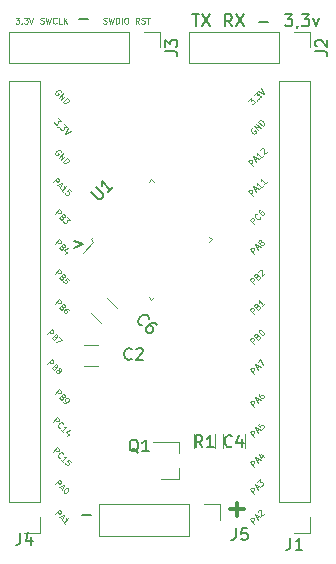
<source format=gbr>
%TF.GenerationSoftware,KiCad,Pcbnew,(5.1.6)-1*%
%TF.CreationDate,2021-02-23T14:27:08+01:00*%
%TF.ProjectId,STM32G030K8T6_Board,53544d33-3247-4303-9330-4b3854365f42,rev?*%
%TF.SameCoordinates,Original*%
%TF.FileFunction,Legend,Top*%
%TF.FilePolarity,Positive*%
%FSLAX46Y46*%
G04 Gerber Fmt 4.6, Leading zero omitted, Abs format (unit mm)*
G04 Created by KiCad (PCBNEW (5.1.6)-1) date 2021-02-23 14:27:08*
%MOMM*%
%LPD*%
G01*
G04 APERTURE LIST*
%ADD10C,0.150000*%
%ADD11C,0.125000*%
%ADD12C,0.300000*%
%ADD13C,0.120000*%
G04 APERTURE END LIST*
D10*
X115919047Y-55385714D02*
X116680952Y-55671428D01*
X115919047Y-55957142D01*
D11*
X130729475Y-43508299D02*
X130948341Y-43289433D01*
X130965177Y-43541971D01*
X131015685Y-43491463D01*
X131066192Y-43474627D01*
X131099864Y-43474627D01*
X131150372Y-43491463D01*
X131234551Y-43575643D01*
X131251387Y-43626150D01*
X131251387Y-43659822D01*
X131234551Y-43710330D01*
X131133536Y-43811345D01*
X131083028Y-43828181D01*
X131049356Y-43828181D01*
X131453417Y-43457791D02*
X131470253Y-43474627D01*
X131487089Y-43525135D01*
X131487089Y-43558807D01*
X131234551Y-43003223D02*
X131453417Y-42784356D01*
X131470253Y-43036895D01*
X131520761Y-42986387D01*
X131571269Y-42969551D01*
X131604940Y-42969551D01*
X131655448Y-42986387D01*
X131739627Y-43070566D01*
X131756463Y-43121074D01*
X131756463Y-43154746D01*
X131739627Y-43205253D01*
X131638612Y-43306269D01*
X131588104Y-43323104D01*
X131554433Y-43323104D01*
X131554433Y-42683341D02*
X132025837Y-42919043D01*
X131790135Y-42447639D01*
X114606700Y-45004475D02*
X114825566Y-45223341D01*
X114573028Y-45240177D01*
X114623536Y-45290685D01*
X114640372Y-45341192D01*
X114640372Y-45374864D01*
X114623536Y-45425372D01*
X114539356Y-45509551D01*
X114488849Y-45526387D01*
X114455177Y-45526387D01*
X114404669Y-45509551D01*
X114303654Y-45408536D01*
X114286818Y-45358028D01*
X114286818Y-45324356D01*
X114657208Y-45728417D02*
X114640372Y-45745253D01*
X114589864Y-45762089D01*
X114556192Y-45762089D01*
X115111776Y-45509551D02*
X115330643Y-45728417D01*
X115078104Y-45745253D01*
X115128612Y-45795761D01*
X115145448Y-45846269D01*
X115145448Y-45879940D01*
X115128612Y-45930448D01*
X115044433Y-46014627D01*
X114993925Y-46031463D01*
X114960253Y-46031463D01*
X114909746Y-46014627D01*
X114808730Y-45913612D01*
X114791895Y-45863104D01*
X114791895Y-45829433D01*
X115431658Y-45829433D02*
X115195956Y-46300837D01*
X115667360Y-46065135D01*
X114842402Y-42733849D02*
X114825566Y-42683341D01*
X114775059Y-42632834D01*
X114707715Y-42599162D01*
X114640372Y-42599162D01*
X114589864Y-42615998D01*
X114505685Y-42666505D01*
X114455177Y-42717013D01*
X114404669Y-42801192D01*
X114387834Y-42851700D01*
X114387834Y-42919043D01*
X114421505Y-42986387D01*
X114455177Y-43020059D01*
X114522521Y-43053730D01*
X114556192Y-43053730D01*
X114674043Y-42935879D01*
X114606700Y-42868536D01*
X114674043Y-43238925D02*
X115027597Y-42885372D01*
X114876074Y-43440956D01*
X115229627Y-43087402D01*
X115044433Y-43609314D02*
X115397986Y-43255761D01*
X115482165Y-43339940D01*
X115515837Y-43407284D01*
X115515837Y-43474627D01*
X115499001Y-43525135D01*
X115448494Y-43609314D01*
X115397986Y-43659822D01*
X115313807Y-43710330D01*
X115263299Y-43727165D01*
X115195956Y-43727165D01*
X115128612Y-43693494D01*
X115044433Y-43609314D01*
X114842402Y-47813849D02*
X114825566Y-47763341D01*
X114775059Y-47712834D01*
X114707715Y-47679162D01*
X114640372Y-47679162D01*
X114589864Y-47695998D01*
X114505685Y-47746505D01*
X114455177Y-47797013D01*
X114404669Y-47881192D01*
X114387834Y-47931700D01*
X114387834Y-47999043D01*
X114421505Y-48066387D01*
X114455177Y-48100059D01*
X114522521Y-48133730D01*
X114556192Y-48133730D01*
X114674043Y-48015879D01*
X114606700Y-47948536D01*
X114674043Y-48318925D02*
X115027597Y-47965372D01*
X114876074Y-48520956D01*
X115229627Y-48167402D01*
X115044433Y-48689314D02*
X115397986Y-48335761D01*
X115482165Y-48419940D01*
X115515837Y-48487284D01*
X115515837Y-48554627D01*
X115499001Y-48605135D01*
X115448494Y-48689314D01*
X115397986Y-48739822D01*
X115313807Y-48790330D01*
X115263299Y-48807165D01*
X115195956Y-48807165D01*
X115128612Y-48773494D01*
X115044433Y-48689314D01*
X114194221Y-50379103D02*
X114547774Y-50025549D01*
X114682461Y-50160236D01*
X114699297Y-50210744D01*
X114699297Y-50244416D01*
X114682461Y-50294923D01*
X114631954Y-50345431D01*
X114581446Y-50362267D01*
X114547774Y-50362267D01*
X114497267Y-50345431D01*
X114362580Y-50210744D01*
X114631954Y-50614805D02*
X114800312Y-50783164D01*
X114497267Y-50682148D02*
X114968671Y-50446446D01*
X114732969Y-50917851D01*
X115036015Y-51220896D02*
X114833984Y-51018866D01*
X114935000Y-51119881D02*
X115288553Y-50766328D01*
X115204374Y-50783164D01*
X115137030Y-50783164D01*
X115086522Y-50766328D01*
X115709450Y-51187225D02*
X115541091Y-51018866D01*
X115355896Y-51170389D01*
X115389568Y-51170389D01*
X115440076Y-51187225D01*
X115524255Y-51271404D01*
X115541091Y-51321912D01*
X115541091Y-51355583D01*
X115524255Y-51406091D01*
X115440076Y-51490270D01*
X115389568Y-51507106D01*
X115355896Y-51507106D01*
X115305389Y-51490270D01*
X115221209Y-51406091D01*
X115204374Y-51355583D01*
X115204374Y-51321912D01*
X114337326Y-53062208D02*
X114690879Y-52708654D01*
X114825566Y-52843341D01*
X114842402Y-52893849D01*
X114842402Y-52927521D01*
X114825566Y-52978028D01*
X114775059Y-53028536D01*
X114724551Y-53045372D01*
X114690879Y-53045372D01*
X114640372Y-53028536D01*
X114505685Y-52893849D01*
X114993925Y-53348417D02*
X115027597Y-53415761D01*
X115027597Y-53449433D01*
X115010761Y-53499940D01*
X114960253Y-53550448D01*
X114909746Y-53567284D01*
X114876074Y-53567284D01*
X114825566Y-53550448D01*
X114690879Y-53415761D01*
X115044433Y-53062208D01*
X115162284Y-53180059D01*
X115179120Y-53230566D01*
X115179120Y-53264238D01*
X115162284Y-53314746D01*
X115128612Y-53348417D01*
X115078104Y-53365253D01*
X115044433Y-53365253D01*
X114993925Y-53348417D01*
X114876074Y-53230566D01*
X115364314Y-53382089D02*
X115583181Y-53600956D01*
X115330643Y-53617791D01*
X115381150Y-53668299D01*
X115397986Y-53718807D01*
X115397986Y-53752478D01*
X115381150Y-53802986D01*
X115296971Y-53887165D01*
X115246463Y-53904001D01*
X115212791Y-53904001D01*
X115162284Y-53887165D01*
X115061269Y-53786150D01*
X115044433Y-53735643D01*
X115044433Y-53701971D01*
X114337326Y-55602208D02*
X114690879Y-55248654D01*
X114825566Y-55383341D01*
X114842402Y-55433849D01*
X114842402Y-55467521D01*
X114825566Y-55518028D01*
X114775059Y-55568536D01*
X114724551Y-55585372D01*
X114690879Y-55585372D01*
X114640372Y-55568536D01*
X114505685Y-55433849D01*
X114993925Y-55888417D02*
X115027597Y-55955761D01*
X115027597Y-55989433D01*
X115010761Y-56039940D01*
X114960253Y-56090448D01*
X114909746Y-56107284D01*
X114876074Y-56107284D01*
X114825566Y-56090448D01*
X114690879Y-55955761D01*
X115044433Y-55602208D01*
X115162284Y-55720059D01*
X115179120Y-55770566D01*
X115179120Y-55804238D01*
X115162284Y-55854746D01*
X115128612Y-55888417D01*
X115078104Y-55905253D01*
X115044433Y-55905253D01*
X114993925Y-55888417D01*
X114876074Y-55770566D01*
X115431658Y-56225135D02*
X115195956Y-56460837D01*
X115482165Y-56006269D02*
X115145448Y-56174627D01*
X115364314Y-56393494D01*
X114337326Y-58142208D02*
X114690879Y-57788654D01*
X114825566Y-57923341D01*
X114842402Y-57973849D01*
X114842402Y-58007521D01*
X114825566Y-58058028D01*
X114775059Y-58108536D01*
X114724551Y-58125372D01*
X114690879Y-58125372D01*
X114640372Y-58108536D01*
X114505685Y-57973849D01*
X114993925Y-58428417D02*
X115027597Y-58495761D01*
X115027597Y-58529433D01*
X115010761Y-58579940D01*
X114960253Y-58630448D01*
X114909746Y-58647284D01*
X114876074Y-58647284D01*
X114825566Y-58630448D01*
X114690879Y-58495761D01*
X115044433Y-58142208D01*
X115162284Y-58260059D01*
X115179120Y-58310566D01*
X115179120Y-58344238D01*
X115162284Y-58394746D01*
X115128612Y-58428417D01*
X115078104Y-58445253D01*
X115044433Y-58445253D01*
X114993925Y-58428417D01*
X114876074Y-58310566D01*
X115566345Y-58664120D02*
X115397986Y-58495761D01*
X115212791Y-58647284D01*
X115246463Y-58647284D01*
X115296971Y-58664120D01*
X115381150Y-58748299D01*
X115397986Y-58798807D01*
X115397986Y-58832478D01*
X115381150Y-58882986D01*
X115296971Y-58967165D01*
X115246463Y-58984001D01*
X115212791Y-58984001D01*
X115162284Y-58967165D01*
X115078104Y-58882986D01*
X115061269Y-58832478D01*
X115061269Y-58798807D01*
X114337326Y-60682208D02*
X114690879Y-60328654D01*
X114825566Y-60463341D01*
X114842402Y-60513849D01*
X114842402Y-60547521D01*
X114825566Y-60598028D01*
X114775059Y-60648536D01*
X114724551Y-60665372D01*
X114690879Y-60665372D01*
X114640372Y-60648536D01*
X114505685Y-60513849D01*
X114993925Y-60968417D02*
X115027597Y-61035761D01*
X115027597Y-61069433D01*
X115010761Y-61119940D01*
X114960253Y-61170448D01*
X114909746Y-61187284D01*
X114876074Y-61187284D01*
X114825566Y-61170448D01*
X114690879Y-61035761D01*
X115044433Y-60682208D01*
X115162284Y-60800059D01*
X115179120Y-60850566D01*
X115179120Y-60884238D01*
X115162284Y-60934746D01*
X115128612Y-60968417D01*
X115078104Y-60985253D01*
X115044433Y-60985253D01*
X114993925Y-60968417D01*
X114876074Y-60850566D01*
X115549509Y-61187284D02*
X115482165Y-61119940D01*
X115431658Y-61103104D01*
X115397986Y-61103104D01*
X115313807Y-61119940D01*
X115229627Y-61170448D01*
X115094940Y-61305135D01*
X115078104Y-61355643D01*
X115078104Y-61389314D01*
X115094940Y-61439822D01*
X115162284Y-61507165D01*
X115212791Y-61524001D01*
X115246463Y-61524001D01*
X115296971Y-61507165D01*
X115381150Y-61422986D01*
X115397986Y-61372478D01*
X115397986Y-61338807D01*
X115381150Y-61288299D01*
X115313807Y-61220956D01*
X115263299Y-61204120D01*
X115229627Y-61204120D01*
X115179120Y-61220956D01*
X113702326Y-63222208D02*
X114055879Y-62868654D01*
X114190566Y-63003341D01*
X114207402Y-63053849D01*
X114207402Y-63087521D01*
X114190566Y-63138028D01*
X114140059Y-63188536D01*
X114089551Y-63205372D01*
X114055879Y-63205372D01*
X114005372Y-63188536D01*
X113870685Y-63053849D01*
X114358925Y-63508417D02*
X114392597Y-63575761D01*
X114392597Y-63609433D01*
X114375761Y-63659940D01*
X114325253Y-63710448D01*
X114274746Y-63727284D01*
X114241074Y-63727284D01*
X114190566Y-63710448D01*
X114055879Y-63575761D01*
X114409433Y-63222208D01*
X114527284Y-63340059D01*
X114544120Y-63390566D01*
X114544120Y-63424238D01*
X114527284Y-63474746D01*
X114493612Y-63508417D01*
X114443104Y-63525253D01*
X114409433Y-63525253D01*
X114358925Y-63508417D01*
X114241074Y-63390566D01*
X114729314Y-63542089D02*
X114965017Y-63777791D01*
X114459940Y-63979822D01*
X113702326Y-65762208D02*
X114055879Y-65408654D01*
X114190566Y-65543341D01*
X114207402Y-65593849D01*
X114207402Y-65627521D01*
X114190566Y-65678028D01*
X114140059Y-65728536D01*
X114089551Y-65745372D01*
X114055879Y-65745372D01*
X114005372Y-65728536D01*
X113870685Y-65593849D01*
X114358925Y-66048417D02*
X114392597Y-66115761D01*
X114392597Y-66149433D01*
X114375761Y-66199940D01*
X114325253Y-66250448D01*
X114274746Y-66267284D01*
X114241074Y-66267284D01*
X114190566Y-66250448D01*
X114055879Y-66115761D01*
X114409433Y-65762208D01*
X114527284Y-65880059D01*
X114544120Y-65930566D01*
X114544120Y-65964238D01*
X114527284Y-66014746D01*
X114493612Y-66048417D01*
X114443104Y-66065253D01*
X114409433Y-66065253D01*
X114358925Y-66048417D01*
X114241074Y-65930566D01*
X114661971Y-66317791D02*
X114645135Y-66267284D01*
X114645135Y-66233612D01*
X114661971Y-66183104D01*
X114678807Y-66166269D01*
X114729314Y-66149433D01*
X114762986Y-66149433D01*
X114813494Y-66166269D01*
X114880837Y-66233612D01*
X114897673Y-66284120D01*
X114897673Y-66317791D01*
X114880837Y-66368299D01*
X114864001Y-66385135D01*
X114813494Y-66401971D01*
X114779822Y-66401971D01*
X114729314Y-66385135D01*
X114661971Y-66317791D01*
X114611463Y-66300956D01*
X114577791Y-66300956D01*
X114527284Y-66317791D01*
X114459940Y-66385135D01*
X114443104Y-66435643D01*
X114443104Y-66469314D01*
X114459940Y-66519822D01*
X114527284Y-66587165D01*
X114577791Y-66604001D01*
X114611463Y-66604001D01*
X114661971Y-66587165D01*
X114729314Y-66519822D01*
X114746150Y-66469314D01*
X114746150Y-66435643D01*
X114729314Y-66385135D01*
X114337326Y-68302208D02*
X114690879Y-67948654D01*
X114825566Y-68083341D01*
X114842402Y-68133849D01*
X114842402Y-68167521D01*
X114825566Y-68218028D01*
X114775059Y-68268536D01*
X114724551Y-68285372D01*
X114690879Y-68285372D01*
X114640372Y-68268536D01*
X114505685Y-68133849D01*
X114993925Y-68588417D02*
X115027597Y-68655761D01*
X115027597Y-68689433D01*
X115010761Y-68739940D01*
X114960253Y-68790448D01*
X114909746Y-68807284D01*
X114876074Y-68807284D01*
X114825566Y-68790448D01*
X114690879Y-68655761D01*
X115044433Y-68302208D01*
X115162284Y-68420059D01*
X115179120Y-68470566D01*
X115179120Y-68504238D01*
X115162284Y-68554746D01*
X115128612Y-68588417D01*
X115078104Y-68605253D01*
X115044433Y-68605253D01*
X114993925Y-68588417D01*
X114876074Y-68470566D01*
X115061269Y-69026150D02*
X115128612Y-69093494D01*
X115179120Y-69110330D01*
X115212791Y-69110330D01*
X115296971Y-69093494D01*
X115381150Y-69042986D01*
X115515837Y-68908299D01*
X115532673Y-68857791D01*
X115532673Y-68824120D01*
X115515837Y-68773612D01*
X115448494Y-68706269D01*
X115397986Y-68689433D01*
X115364314Y-68689433D01*
X115313807Y-68706269D01*
X115229627Y-68790448D01*
X115212791Y-68840956D01*
X115212791Y-68874627D01*
X115229627Y-68925135D01*
X115296971Y-68992478D01*
X115347478Y-69009314D01*
X115381150Y-69009314D01*
X115431658Y-68992478D01*
X114168967Y-70673849D02*
X114522521Y-70320295D01*
X114657208Y-70454982D01*
X114674043Y-70505490D01*
X114674043Y-70539162D01*
X114657208Y-70589669D01*
X114606700Y-70640177D01*
X114556192Y-70657013D01*
X114522521Y-70657013D01*
X114472013Y-70640177D01*
X114337326Y-70505490D01*
X114758223Y-71195761D02*
X114724551Y-71195761D01*
X114657208Y-71162089D01*
X114623536Y-71128417D01*
X114589864Y-71061074D01*
X114589864Y-70993730D01*
X114606700Y-70943223D01*
X114657208Y-70859043D01*
X114707715Y-70808536D01*
X114791895Y-70758028D01*
X114842402Y-70741192D01*
X114909746Y-70741192D01*
X114977089Y-70774864D01*
X115010761Y-70808536D01*
X115044433Y-70875879D01*
X115044433Y-70909551D01*
X115061269Y-71566150D02*
X114859238Y-71364120D01*
X114960253Y-71465135D02*
X115313807Y-71111582D01*
X115229627Y-71128417D01*
X115162284Y-71128417D01*
X115111776Y-71111582D01*
X115600017Y-71633494D02*
X115364314Y-71869196D01*
X115650524Y-71414627D02*
X115313807Y-71582986D01*
X115532673Y-71801852D01*
X114168967Y-73213849D02*
X114522521Y-72860295D01*
X114657208Y-72994982D01*
X114674043Y-73045490D01*
X114674043Y-73079162D01*
X114657208Y-73129669D01*
X114606700Y-73180177D01*
X114556192Y-73197013D01*
X114522521Y-73197013D01*
X114472013Y-73180177D01*
X114337326Y-73045490D01*
X114758223Y-73735761D02*
X114724551Y-73735761D01*
X114657208Y-73702089D01*
X114623536Y-73668417D01*
X114589864Y-73601074D01*
X114589864Y-73533730D01*
X114606700Y-73483223D01*
X114657208Y-73399043D01*
X114707715Y-73348536D01*
X114791895Y-73298028D01*
X114842402Y-73281192D01*
X114909746Y-73281192D01*
X114977089Y-73314864D01*
X115010761Y-73348536D01*
X115044433Y-73415879D01*
X115044433Y-73449551D01*
X115061269Y-74106150D02*
X114859238Y-73904120D01*
X114960253Y-74005135D02*
X115313807Y-73651582D01*
X115229627Y-73668417D01*
X115162284Y-73668417D01*
X115111776Y-73651582D01*
X115734704Y-74072478D02*
X115566345Y-73904120D01*
X115381150Y-74055643D01*
X115414822Y-74055643D01*
X115465330Y-74072478D01*
X115549509Y-74156658D01*
X115566345Y-74207165D01*
X115566345Y-74240837D01*
X115549509Y-74291345D01*
X115465330Y-74375524D01*
X115414822Y-74392360D01*
X115381150Y-74392360D01*
X115330643Y-74375524D01*
X115246463Y-74291345D01*
X115229627Y-74240837D01*
X115229627Y-74207165D01*
X114362580Y-75947461D02*
X114716133Y-75593908D01*
X114850820Y-75728595D01*
X114867656Y-75779103D01*
X114867656Y-75812774D01*
X114850820Y-75863282D01*
X114800312Y-75913790D01*
X114749805Y-75930625D01*
X114716133Y-75930625D01*
X114665625Y-75913790D01*
X114530938Y-75779103D01*
X114800312Y-76183164D02*
X114968671Y-76351522D01*
X114665625Y-76250507D02*
X115137030Y-76014805D01*
X114901328Y-76486209D01*
X115440076Y-76317851D02*
X115473748Y-76351522D01*
X115490583Y-76402030D01*
X115490583Y-76435702D01*
X115473748Y-76486209D01*
X115423240Y-76570389D01*
X115339061Y-76654568D01*
X115254881Y-76705076D01*
X115204374Y-76721912D01*
X115170702Y-76721912D01*
X115120194Y-76705076D01*
X115086522Y-76671404D01*
X115069687Y-76620896D01*
X115069687Y-76587225D01*
X115086522Y-76536717D01*
X115137030Y-76452538D01*
X115221209Y-76368358D01*
X115305389Y-76317851D01*
X115355896Y-76301015D01*
X115389568Y-76301015D01*
X115440076Y-76317851D01*
X114362580Y-78487461D02*
X114716133Y-78133908D01*
X114850820Y-78268595D01*
X114867656Y-78319103D01*
X114867656Y-78352774D01*
X114850820Y-78403282D01*
X114800312Y-78453790D01*
X114749805Y-78470625D01*
X114716133Y-78470625D01*
X114665625Y-78453790D01*
X114530938Y-78319103D01*
X114800312Y-78723164D02*
X114968671Y-78891522D01*
X114665625Y-78790507D02*
X115137030Y-78554805D01*
X114901328Y-79026209D01*
X115204374Y-79329255D02*
X115002343Y-79127225D01*
X115103358Y-79228240D02*
X115456912Y-78874687D01*
X115372732Y-78891522D01*
X115305389Y-78891522D01*
X115254881Y-78874687D01*
X131192461Y-79312419D02*
X130838908Y-78958866D01*
X130973595Y-78824179D01*
X131024103Y-78807343D01*
X131057774Y-78807343D01*
X131108282Y-78824179D01*
X131158790Y-78874687D01*
X131175625Y-78925194D01*
X131175625Y-78958866D01*
X131158790Y-79009374D01*
X131024103Y-79144061D01*
X131428164Y-78874687D02*
X131596522Y-78706328D01*
X131495507Y-79009374D02*
X131259805Y-78537969D01*
X131731209Y-78773671D01*
X131512343Y-78352774D02*
X131512343Y-78319103D01*
X131529179Y-78268595D01*
X131613358Y-78184416D01*
X131663866Y-78167580D01*
X131697538Y-78167580D01*
X131748045Y-78184416D01*
X131781717Y-78218087D01*
X131815389Y-78285431D01*
X131815389Y-78689492D01*
X132034255Y-78470625D01*
X131192461Y-76772419D02*
X130838908Y-76418866D01*
X130973595Y-76284179D01*
X131024103Y-76267343D01*
X131057774Y-76267343D01*
X131108282Y-76284179D01*
X131158790Y-76334687D01*
X131175625Y-76385194D01*
X131175625Y-76418866D01*
X131158790Y-76469374D01*
X131024103Y-76604061D01*
X131428164Y-76334687D02*
X131596522Y-76166328D01*
X131495507Y-76469374D02*
X131259805Y-75997969D01*
X131731209Y-76233671D01*
X131461835Y-75795938D02*
X131680702Y-75577072D01*
X131697538Y-75829610D01*
X131748045Y-75779103D01*
X131798553Y-75762267D01*
X131832225Y-75762267D01*
X131882732Y-75779103D01*
X131966912Y-75863282D01*
X131983748Y-75913790D01*
X131983748Y-75947461D01*
X131966912Y-75997969D01*
X131865896Y-76098984D01*
X131815389Y-76115820D01*
X131781717Y-76115820D01*
X131227461Y-74482419D02*
X130873908Y-74128866D01*
X131008595Y-73994179D01*
X131059103Y-73977343D01*
X131092774Y-73977343D01*
X131143282Y-73994179D01*
X131193790Y-74044687D01*
X131210625Y-74095194D01*
X131210625Y-74128866D01*
X131193790Y-74179374D01*
X131059103Y-74314061D01*
X131463164Y-74044687D02*
X131631522Y-73876328D01*
X131530507Y-74179374D02*
X131294805Y-73707969D01*
X131766209Y-73943671D01*
X131799881Y-73438595D02*
X132035583Y-73674297D01*
X131581015Y-73388087D02*
X131749374Y-73724805D01*
X131968240Y-73505938D01*
X131227461Y-71942419D02*
X130873908Y-71588866D01*
X131008595Y-71454179D01*
X131059103Y-71437343D01*
X131092774Y-71437343D01*
X131143282Y-71454179D01*
X131193790Y-71504687D01*
X131210625Y-71555194D01*
X131210625Y-71588866D01*
X131193790Y-71639374D01*
X131059103Y-71774061D01*
X131463164Y-71504687D02*
X131631522Y-71336328D01*
X131530507Y-71639374D02*
X131294805Y-71167969D01*
X131766209Y-71403671D01*
X131698866Y-70763908D02*
X131530507Y-70932267D01*
X131682030Y-71117461D01*
X131682030Y-71083790D01*
X131698866Y-71033282D01*
X131783045Y-70949103D01*
X131833553Y-70932267D01*
X131867225Y-70932267D01*
X131917732Y-70949103D01*
X132001912Y-71033282D01*
X132018748Y-71083790D01*
X132018748Y-71117461D01*
X132001912Y-71167969D01*
X131917732Y-71252148D01*
X131867225Y-71268984D01*
X131833553Y-71268984D01*
X131227461Y-69402419D02*
X130873908Y-69048866D01*
X131008595Y-68914179D01*
X131059103Y-68897343D01*
X131092774Y-68897343D01*
X131143282Y-68914179D01*
X131193790Y-68964687D01*
X131210625Y-69015194D01*
X131210625Y-69048866D01*
X131193790Y-69099374D01*
X131059103Y-69234061D01*
X131463164Y-68964687D02*
X131631522Y-68796328D01*
X131530507Y-69099374D02*
X131294805Y-68627969D01*
X131766209Y-68863671D01*
X131682030Y-68240744D02*
X131614687Y-68308087D01*
X131597851Y-68358595D01*
X131597851Y-68392267D01*
X131614687Y-68476446D01*
X131665194Y-68560625D01*
X131799881Y-68695312D01*
X131850389Y-68712148D01*
X131884061Y-68712148D01*
X131934568Y-68695312D01*
X132001912Y-68627969D01*
X132018748Y-68577461D01*
X132018748Y-68543790D01*
X132001912Y-68493282D01*
X131917732Y-68409103D01*
X131867225Y-68392267D01*
X131833553Y-68392267D01*
X131783045Y-68409103D01*
X131715702Y-68476446D01*
X131698866Y-68526954D01*
X131698866Y-68560625D01*
X131715702Y-68611133D01*
X131227461Y-66612419D02*
X130873908Y-66258866D01*
X131008595Y-66124179D01*
X131059103Y-66107343D01*
X131092774Y-66107343D01*
X131143282Y-66124179D01*
X131193790Y-66174687D01*
X131210625Y-66225194D01*
X131210625Y-66258866D01*
X131193790Y-66309374D01*
X131059103Y-66444061D01*
X131463164Y-66174687D02*
X131631522Y-66006328D01*
X131530507Y-66309374D02*
X131294805Y-65837969D01*
X131766209Y-66073671D01*
X131496835Y-65635938D02*
X131732538Y-65400236D01*
X131934568Y-65905312D01*
X131202208Y-64097673D02*
X130848654Y-63744120D01*
X130983341Y-63609433D01*
X131033849Y-63592597D01*
X131067521Y-63592597D01*
X131118028Y-63609433D01*
X131168536Y-63659940D01*
X131185372Y-63710448D01*
X131185372Y-63744120D01*
X131168536Y-63794627D01*
X131033849Y-63929314D01*
X131488417Y-63441074D02*
X131555761Y-63407402D01*
X131589433Y-63407402D01*
X131639940Y-63424238D01*
X131690448Y-63474746D01*
X131707284Y-63525253D01*
X131707284Y-63558925D01*
X131690448Y-63609433D01*
X131555761Y-63744120D01*
X131202208Y-63390566D01*
X131320059Y-63272715D01*
X131370566Y-63255879D01*
X131404238Y-63255879D01*
X131454746Y-63272715D01*
X131488417Y-63306387D01*
X131505253Y-63356895D01*
X131505253Y-63390566D01*
X131488417Y-63441074D01*
X131370566Y-63558925D01*
X131623104Y-62969669D02*
X131656776Y-62935998D01*
X131707284Y-62919162D01*
X131740956Y-62919162D01*
X131791463Y-62935998D01*
X131875643Y-62986505D01*
X131959822Y-63070685D01*
X132010330Y-63154864D01*
X132027165Y-63205372D01*
X132027165Y-63239043D01*
X132010330Y-63289551D01*
X131976658Y-63323223D01*
X131926150Y-63340059D01*
X131892478Y-63340059D01*
X131841971Y-63323223D01*
X131757791Y-63272715D01*
X131673612Y-63188536D01*
X131623104Y-63104356D01*
X131606269Y-63053849D01*
X131606269Y-63020177D01*
X131623104Y-62969669D01*
X131202208Y-61557673D02*
X130848654Y-61204120D01*
X130983341Y-61069433D01*
X131033849Y-61052597D01*
X131067521Y-61052597D01*
X131118028Y-61069433D01*
X131168536Y-61119940D01*
X131185372Y-61170448D01*
X131185372Y-61204120D01*
X131168536Y-61254627D01*
X131033849Y-61389314D01*
X131488417Y-60901074D02*
X131555761Y-60867402D01*
X131589433Y-60867402D01*
X131639940Y-60884238D01*
X131690448Y-60934746D01*
X131707284Y-60985253D01*
X131707284Y-61018925D01*
X131690448Y-61069433D01*
X131555761Y-61204120D01*
X131202208Y-60850566D01*
X131320059Y-60732715D01*
X131370566Y-60715879D01*
X131404238Y-60715879D01*
X131454746Y-60732715D01*
X131488417Y-60766387D01*
X131505253Y-60816895D01*
X131505253Y-60850566D01*
X131488417Y-60901074D01*
X131370566Y-61018925D01*
X132094509Y-60665372D02*
X131892478Y-60867402D01*
X131993494Y-60766387D02*
X131639940Y-60412834D01*
X131656776Y-60497013D01*
X131656776Y-60564356D01*
X131639940Y-60614864D01*
X131202208Y-59017673D02*
X130848654Y-58664120D01*
X130983341Y-58529433D01*
X131033849Y-58512597D01*
X131067521Y-58512597D01*
X131118028Y-58529433D01*
X131168536Y-58579940D01*
X131185372Y-58630448D01*
X131185372Y-58664120D01*
X131168536Y-58714627D01*
X131033849Y-58849314D01*
X131488417Y-58361074D02*
X131555761Y-58327402D01*
X131589433Y-58327402D01*
X131639940Y-58344238D01*
X131690448Y-58394746D01*
X131707284Y-58445253D01*
X131707284Y-58478925D01*
X131690448Y-58529433D01*
X131555761Y-58664120D01*
X131202208Y-58310566D01*
X131320059Y-58192715D01*
X131370566Y-58175879D01*
X131404238Y-58175879D01*
X131454746Y-58192715D01*
X131488417Y-58226387D01*
X131505253Y-58276895D01*
X131505253Y-58310566D01*
X131488417Y-58361074D01*
X131370566Y-58478925D01*
X131572597Y-58007521D02*
X131572597Y-57973849D01*
X131589433Y-57923341D01*
X131673612Y-57839162D01*
X131724120Y-57822326D01*
X131757791Y-57822326D01*
X131808299Y-57839162D01*
X131841971Y-57872834D01*
X131875643Y-57940177D01*
X131875643Y-58344238D01*
X132094509Y-58125372D01*
X131227461Y-56452419D02*
X130873908Y-56098866D01*
X131008595Y-55964179D01*
X131059103Y-55947343D01*
X131092774Y-55947343D01*
X131143282Y-55964179D01*
X131193790Y-56014687D01*
X131210625Y-56065194D01*
X131210625Y-56098866D01*
X131193790Y-56149374D01*
X131059103Y-56284061D01*
X131463164Y-56014687D02*
X131631522Y-55846328D01*
X131530507Y-56149374D02*
X131294805Y-55677969D01*
X131766209Y-55913671D01*
X131732538Y-55543282D02*
X131682030Y-55560118D01*
X131648358Y-55560118D01*
X131597851Y-55543282D01*
X131581015Y-55526446D01*
X131564179Y-55475938D01*
X131564179Y-55442267D01*
X131581015Y-55391759D01*
X131648358Y-55324416D01*
X131698866Y-55307580D01*
X131732538Y-55307580D01*
X131783045Y-55324416D01*
X131799881Y-55341251D01*
X131816717Y-55391759D01*
X131816717Y-55425431D01*
X131799881Y-55475938D01*
X131732538Y-55543282D01*
X131715702Y-55593790D01*
X131715702Y-55627461D01*
X131732538Y-55677969D01*
X131799881Y-55745312D01*
X131850389Y-55762148D01*
X131884061Y-55762148D01*
X131934568Y-55745312D01*
X132001912Y-55677969D01*
X132018748Y-55627461D01*
X132018748Y-55593790D01*
X132001912Y-55543282D01*
X131934568Y-55475938D01*
X131884061Y-55459103D01*
X131850389Y-55459103D01*
X131799881Y-55475938D01*
X131222208Y-53937673D02*
X130868654Y-53584120D01*
X131003341Y-53449433D01*
X131053849Y-53432597D01*
X131087521Y-53432597D01*
X131138028Y-53449433D01*
X131188536Y-53499940D01*
X131205372Y-53550448D01*
X131205372Y-53584120D01*
X131188536Y-53634627D01*
X131053849Y-53769314D01*
X131744120Y-53348417D02*
X131744120Y-53382089D01*
X131710448Y-53449433D01*
X131676776Y-53483104D01*
X131609433Y-53516776D01*
X131542089Y-53516776D01*
X131491582Y-53499940D01*
X131407402Y-53449433D01*
X131356895Y-53398925D01*
X131306387Y-53314746D01*
X131289551Y-53264238D01*
X131289551Y-53196895D01*
X131323223Y-53129551D01*
X131356895Y-53095879D01*
X131424238Y-53062208D01*
X131457910Y-53062208D01*
X131727284Y-52725490D02*
X131659940Y-52792834D01*
X131643104Y-52843341D01*
X131643104Y-52877013D01*
X131659940Y-52961192D01*
X131710448Y-53045372D01*
X131845135Y-53180059D01*
X131895643Y-53196895D01*
X131929314Y-53196895D01*
X131979822Y-53180059D01*
X132047165Y-53112715D01*
X132064001Y-53062208D01*
X132064001Y-53028536D01*
X132047165Y-52978028D01*
X131962986Y-52893849D01*
X131912478Y-52877013D01*
X131878807Y-52877013D01*
X131828299Y-52893849D01*
X131760956Y-52961192D01*
X131744120Y-53011700D01*
X131744120Y-53045372D01*
X131760956Y-53095879D01*
X131079103Y-51540778D02*
X130725549Y-51187225D01*
X130860236Y-51052538D01*
X130910744Y-51035702D01*
X130944416Y-51035702D01*
X130994923Y-51052538D01*
X131045431Y-51103045D01*
X131062267Y-51153553D01*
X131062267Y-51187225D01*
X131045431Y-51237732D01*
X130910744Y-51372419D01*
X131314805Y-51103045D02*
X131483164Y-50934687D01*
X131382148Y-51237732D02*
X131146446Y-50766328D01*
X131617851Y-51002030D01*
X131920896Y-50698984D02*
X131718866Y-50901015D01*
X131819881Y-50800000D02*
X131466328Y-50446446D01*
X131483164Y-50530625D01*
X131483164Y-50597969D01*
X131466328Y-50648477D01*
X132257614Y-50362267D02*
X132055583Y-50564297D01*
X132156599Y-50463282D02*
X131803045Y-50109729D01*
X131819881Y-50193908D01*
X131819881Y-50261251D01*
X131803045Y-50311759D01*
X131079103Y-49000778D02*
X130725549Y-48647225D01*
X130860236Y-48512538D01*
X130910744Y-48495702D01*
X130944416Y-48495702D01*
X130994923Y-48512538D01*
X131045431Y-48563045D01*
X131062267Y-48613553D01*
X131062267Y-48647225D01*
X131045431Y-48697732D01*
X130910744Y-48832419D01*
X131314805Y-48563045D02*
X131483164Y-48394687D01*
X131382148Y-48697732D02*
X131146446Y-48226328D01*
X131617851Y-48462030D01*
X131920896Y-48158984D02*
X131718866Y-48361015D01*
X131819881Y-48260000D02*
X131466328Y-47906446D01*
X131483164Y-47990625D01*
X131483164Y-48057969D01*
X131466328Y-48108477D01*
X131735702Y-47704416D02*
X131735702Y-47670744D01*
X131752538Y-47620236D01*
X131836717Y-47536057D01*
X131887225Y-47519221D01*
X131920896Y-47519221D01*
X131971404Y-47536057D01*
X132005076Y-47569729D01*
X132038748Y-47637072D01*
X132038748Y-48041133D01*
X132257614Y-47822267D01*
X131053849Y-45842597D02*
X131003341Y-45859433D01*
X130952834Y-45909940D01*
X130919162Y-45977284D01*
X130919162Y-46044627D01*
X130935998Y-46095135D01*
X130986505Y-46179314D01*
X131037013Y-46229822D01*
X131121192Y-46280330D01*
X131171700Y-46297165D01*
X131239043Y-46297165D01*
X131306387Y-46263494D01*
X131340059Y-46229822D01*
X131373730Y-46162478D01*
X131373730Y-46128807D01*
X131255879Y-46010956D01*
X131188536Y-46078299D01*
X131558925Y-46010956D02*
X131205372Y-45657402D01*
X131760956Y-45808925D01*
X131407402Y-45455372D01*
X131929314Y-45640566D02*
X131575761Y-45287013D01*
X131659940Y-45202834D01*
X131727284Y-45169162D01*
X131794627Y-45169162D01*
X131845135Y-45185998D01*
X131929314Y-45236505D01*
X131979822Y-45287013D01*
X132030330Y-45371192D01*
X132047165Y-45421700D01*
X132047165Y-45489043D01*
X132013494Y-45556387D01*
X131929314Y-45640566D01*
X121476190Y-36976190D02*
X121309523Y-36738095D01*
X121190476Y-36976190D02*
X121190476Y-36476190D01*
X121380952Y-36476190D01*
X121428571Y-36500000D01*
X121452380Y-36523809D01*
X121476190Y-36571428D01*
X121476190Y-36642857D01*
X121452380Y-36690476D01*
X121428571Y-36714285D01*
X121380952Y-36738095D01*
X121190476Y-36738095D01*
X121666666Y-36952380D02*
X121738095Y-36976190D01*
X121857142Y-36976190D01*
X121904761Y-36952380D01*
X121928571Y-36928571D01*
X121952380Y-36880952D01*
X121952380Y-36833333D01*
X121928571Y-36785714D01*
X121904761Y-36761904D01*
X121857142Y-36738095D01*
X121761904Y-36714285D01*
X121714285Y-36690476D01*
X121690476Y-36666666D01*
X121666666Y-36619047D01*
X121666666Y-36571428D01*
X121690476Y-36523809D01*
X121714285Y-36500000D01*
X121761904Y-36476190D01*
X121880952Y-36476190D01*
X121952380Y-36500000D01*
X122095238Y-36476190D02*
X122380952Y-36476190D01*
X122238095Y-36976190D02*
X122238095Y-36476190D01*
X111011904Y-36476190D02*
X111321428Y-36476190D01*
X111154761Y-36666666D01*
X111226190Y-36666666D01*
X111273809Y-36690476D01*
X111297619Y-36714285D01*
X111321428Y-36761904D01*
X111321428Y-36880952D01*
X111297619Y-36928571D01*
X111273809Y-36952380D01*
X111226190Y-36976190D01*
X111083333Y-36976190D01*
X111035714Y-36952380D01*
X111011904Y-36928571D01*
X111559523Y-36952380D02*
X111559523Y-36976190D01*
X111535714Y-37023809D01*
X111511904Y-37047619D01*
X111726190Y-36476190D02*
X112035714Y-36476190D01*
X111869047Y-36666666D01*
X111940476Y-36666666D01*
X111988095Y-36690476D01*
X112011904Y-36714285D01*
X112035714Y-36761904D01*
X112035714Y-36880952D01*
X112011904Y-36928571D01*
X111988095Y-36952380D01*
X111940476Y-36976190D01*
X111797619Y-36976190D01*
X111750000Y-36952380D01*
X111726190Y-36928571D01*
X112178571Y-36476190D02*
X112345238Y-36976190D01*
X112511904Y-36476190D01*
X113119047Y-36952380D02*
X113190476Y-36976190D01*
X113309523Y-36976190D01*
X113357142Y-36952380D01*
X113380952Y-36928571D01*
X113404761Y-36880952D01*
X113404761Y-36833333D01*
X113380952Y-36785714D01*
X113357142Y-36761904D01*
X113309523Y-36738095D01*
X113214285Y-36714285D01*
X113166666Y-36690476D01*
X113142857Y-36666666D01*
X113119047Y-36619047D01*
X113119047Y-36571428D01*
X113142857Y-36523809D01*
X113166666Y-36500000D01*
X113214285Y-36476190D01*
X113333333Y-36476190D01*
X113404761Y-36500000D01*
X113571428Y-36476190D02*
X113690476Y-36976190D01*
X113785714Y-36619047D01*
X113880952Y-36976190D01*
X114000000Y-36476190D01*
X114476190Y-36928571D02*
X114452380Y-36952380D01*
X114380952Y-36976190D01*
X114333333Y-36976190D01*
X114261904Y-36952380D01*
X114214285Y-36904761D01*
X114190476Y-36857142D01*
X114166666Y-36761904D01*
X114166666Y-36690476D01*
X114190476Y-36595238D01*
X114214285Y-36547619D01*
X114261904Y-36500000D01*
X114333333Y-36476190D01*
X114380952Y-36476190D01*
X114452380Y-36500000D01*
X114476190Y-36523809D01*
X114928571Y-36976190D02*
X114690476Y-36976190D01*
X114690476Y-36476190D01*
X115095238Y-36976190D02*
X115095238Y-36476190D01*
X115380952Y-36976190D02*
X115166666Y-36690476D01*
X115380952Y-36476190D02*
X115095238Y-36761904D01*
X118440476Y-36952380D02*
X118511904Y-36976190D01*
X118630952Y-36976190D01*
X118678571Y-36952380D01*
X118702380Y-36928571D01*
X118726190Y-36880952D01*
X118726190Y-36833333D01*
X118702380Y-36785714D01*
X118678571Y-36761904D01*
X118630952Y-36738095D01*
X118535714Y-36714285D01*
X118488095Y-36690476D01*
X118464285Y-36666666D01*
X118440476Y-36619047D01*
X118440476Y-36571428D01*
X118464285Y-36523809D01*
X118488095Y-36500000D01*
X118535714Y-36476190D01*
X118654761Y-36476190D01*
X118726190Y-36500000D01*
X118892857Y-36476190D02*
X119011904Y-36976190D01*
X119107142Y-36619047D01*
X119202380Y-36976190D01*
X119321428Y-36476190D01*
X119511904Y-36976190D02*
X119511904Y-36476190D01*
X119630952Y-36476190D01*
X119702380Y-36500000D01*
X119750000Y-36547619D01*
X119773809Y-36595238D01*
X119797619Y-36690476D01*
X119797619Y-36761904D01*
X119773809Y-36857142D01*
X119750000Y-36904761D01*
X119702380Y-36952380D01*
X119630952Y-36976190D01*
X119511904Y-36976190D01*
X120011904Y-36976190D02*
X120011904Y-36476190D01*
X120345238Y-36476190D02*
X120440476Y-36476190D01*
X120488095Y-36500000D01*
X120535714Y-36547619D01*
X120559523Y-36642857D01*
X120559523Y-36809523D01*
X120535714Y-36904761D01*
X120488095Y-36952380D01*
X120440476Y-36976190D01*
X120345238Y-36976190D01*
X120297619Y-36952380D01*
X120250000Y-36904761D01*
X120226190Y-36809523D01*
X120226190Y-36642857D01*
X120250000Y-36547619D01*
X120297619Y-36500000D01*
X120345238Y-36476190D01*
D10*
X116369047Y-36571428D02*
X117130952Y-36571428D01*
X133821428Y-36202380D02*
X134440476Y-36202380D01*
X134107142Y-36583333D01*
X134250000Y-36583333D01*
X134345238Y-36630952D01*
X134392857Y-36678571D01*
X134440476Y-36773809D01*
X134440476Y-37011904D01*
X134392857Y-37107142D01*
X134345238Y-37154761D01*
X134250000Y-37202380D01*
X133964285Y-37202380D01*
X133869047Y-37154761D01*
X133821428Y-37107142D01*
X134916666Y-37154761D02*
X134916666Y-37202380D01*
X134869047Y-37297619D01*
X134821428Y-37345238D01*
X135250000Y-36202380D02*
X135869047Y-36202380D01*
X135535714Y-36583333D01*
X135678571Y-36583333D01*
X135773809Y-36630952D01*
X135821428Y-36678571D01*
X135869047Y-36773809D01*
X135869047Y-37011904D01*
X135821428Y-37107142D01*
X135773809Y-37154761D01*
X135678571Y-37202380D01*
X135392857Y-37202380D01*
X135297619Y-37154761D01*
X135250000Y-37107142D01*
X136202380Y-36535714D02*
X136440476Y-37202380D01*
X136678571Y-36535714D01*
X131619047Y-36821428D02*
X132380952Y-36821428D01*
X129333333Y-37202380D02*
X129000000Y-36726190D01*
X128761904Y-37202380D02*
X128761904Y-36202380D01*
X129142857Y-36202380D01*
X129238095Y-36250000D01*
X129285714Y-36297619D01*
X129333333Y-36392857D01*
X129333333Y-36535714D01*
X129285714Y-36630952D01*
X129238095Y-36678571D01*
X129142857Y-36726190D01*
X128761904Y-36726190D01*
X129666666Y-36202380D02*
X130333333Y-37202380D01*
X130333333Y-36202380D02*
X129666666Y-37202380D01*
X125988095Y-36202380D02*
X126559523Y-36202380D01*
X126273809Y-37202380D02*
X126273809Y-36202380D01*
X126797619Y-36202380D02*
X127464285Y-37202380D01*
X127464285Y-36202380D02*
X126797619Y-37202380D01*
X116619047Y-78571428D02*
X117380952Y-78571428D01*
D12*
X129178571Y-78107142D02*
X130321428Y-78107142D01*
X129750000Y-78678571D02*
X129750000Y-77535714D01*
D13*
%TO.C,J4*%
X113090000Y-80070000D02*
X111760000Y-80070000D01*
X113090000Y-78740000D02*
X113090000Y-80070000D01*
X113090000Y-77470000D02*
X110430000Y-77470000D01*
X110430000Y-77470000D02*
X110430000Y-41850000D01*
X113090000Y-77470000D02*
X113090000Y-41850000D01*
X113090000Y-41850000D02*
X110430000Y-41850000D01*
%TO.C,C4*%
X128590000Y-72952064D02*
X128590000Y-71747936D01*
X130410000Y-72952064D02*
X130410000Y-71747936D01*
%TO.C,C6*%
X117430809Y-61467744D02*
X118282256Y-62319191D01*
X118717744Y-60180809D02*
X119569191Y-61032256D01*
%TO.C,J1*%
X135950000Y-80070000D02*
X134620000Y-80070000D01*
X135950000Y-78740000D02*
X135950000Y-80070000D01*
X135950000Y-77470000D02*
X133290000Y-77470000D01*
X133290000Y-77470000D02*
X133290000Y-41850000D01*
X135950000Y-77470000D02*
X135950000Y-41850000D01*
X135950000Y-41850000D02*
X133290000Y-41850000D01*
%TO.C,J2*%
X135950000Y-37670000D02*
X135950000Y-39000000D01*
X134620000Y-37670000D02*
X135950000Y-37670000D01*
X133350000Y-37670000D02*
X133350000Y-40330000D01*
X133350000Y-40330000D02*
X125670000Y-40330000D01*
X133350000Y-37670000D02*
X125670000Y-37670000D01*
X125670000Y-37670000D02*
X125670000Y-40330000D01*
%TO.C,J3*%
X123250000Y-37670000D02*
X123250000Y-39000000D01*
X121920000Y-37670000D02*
X123250000Y-37670000D01*
X120650000Y-37670000D02*
X120650000Y-40330000D01*
X120650000Y-40330000D02*
X110430000Y-40330000D01*
X120650000Y-37670000D02*
X110430000Y-37670000D01*
X110430000Y-37670000D02*
X110430000Y-40330000D01*
%TO.C,J5*%
X118050000Y-77670000D02*
X118050000Y-80330000D01*
X125730000Y-77670000D02*
X118050000Y-77670000D01*
X125730000Y-80330000D02*
X118050000Y-80330000D01*
X125730000Y-77670000D02*
X125730000Y-80330000D01*
X127000000Y-77670000D02*
X128330000Y-77670000D01*
X128330000Y-77670000D02*
X128330000Y-79000000D01*
%TO.C,Q1*%
X124810000Y-75530000D02*
X123350000Y-75530000D01*
X124810000Y-72370000D02*
X122650000Y-72370000D01*
X124810000Y-72370000D02*
X124810000Y-73300000D01*
X124810000Y-75530000D02*
X124810000Y-74600000D01*
%TO.C,R1*%
X127910000Y-72952064D02*
X127910000Y-71747936D01*
X126090000Y-72952064D02*
X126090000Y-71747936D01*
%TO.C,U1*%
X117606821Y-55462132D02*
X116676976Y-56391977D01*
X117394689Y-55250000D02*
X117606821Y-55462132D01*
X117606821Y-55037868D02*
X117394689Y-55250000D01*
X122500000Y-50144689D02*
X122712132Y-50356821D01*
X122287868Y-50356821D02*
X122500000Y-50144689D01*
X122500000Y-60355311D02*
X122287868Y-60143179D01*
X122712132Y-60143179D02*
X122500000Y-60355311D01*
X127605311Y-55250000D02*
X127393179Y-55037868D01*
X127393179Y-55462132D02*
X127605311Y-55250000D01*
%TO.C,C2*%
X116797936Y-66010000D02*
X118002064Y-66010000D01*
X116797936Y-64190000D02*
X118002064Y-64190000D01*
%TO.C,J4*%
D10*
X111426666Y-80097380D02*
X111426666Y-80811666D01*
X111379047Y-80954523D01*
X111283809Y-81049761D01*
X111140952Y-81097380D01*
X111045714Y-81097380D01*
X112331428Y-80430714D02*
X112331428Y-81097380D01*
X112093333Y-80049761D02*
X111855238Y-80764047D01*
X112474285Y-80764047D01*
%TO.C,C4*%
X129333333Y-72747142D02*
X129285714Y-72794761D01*
X129142857Y-72842380D01*
X129047619Y-72842380D01*
X128904761Y-72794761D01*
X128809523Y-72699523D01*
X128761904Y-72604285D01*
X128714285Y-72413809D01*
X128714285Y-72270952D01*
X128761904Y-72080476D01*
X128809523Y-71985238D01*
X128904761Y-71890000D01*
X129047619Y-71842380D01*
X129142857Y-71842380D01*
X129285714Y-71890000D01*
X129333333Y-71937619D01*
X130190476Y-72175714D02*
X130190476Y-72842380D01*
X129952380Y-71794761D02*
X129714285Y-72509047D01*
X130333333Y-72509047D01*
%TO.C,C6*%
X121729610Y-62534687D02*
X121662267Y-62534687D01*
X121527580Y-62467343D01*
X121460236Y-62400000D01*
X121392893Y-62265312D01*
X121392893Y-62130625D01*
X121426564Y-62029610D01*
X121527580Y-61861251D01*
X121628595Y-61760236D01*
X121796954Y-61659221D01*
X121897969Y-61625549D01*
X122032656Y-61625549D01*
X122167343Y-61692893D01*
X122234687Y-61760236D01*
X122302030Y-61894923D01*
X122302030Y-61962267D01*
X122975465Y-62501015D02*
X122840778Y-62366328D01*
X122739763Y-62332656D01*
X122672419Y-62332656D01*
X122504061Y-62366328D01*
X122335702Y-62467343D01*
X122066328Y-62736717D01*
X122032656Y-62837732D01*
X122032656Y-62905076D01*
X122066328Y-63006091D01*
X122201015Y-63140778D01*
X122302030Y-63174450D01*
X122369374Y-63174450D01*
X122470389Y-63140778D01*
X122638748Y-62972419D01*
X122672419Y-62871404D01*
X122672419Y-62804061D01*
X122638748Y-62703045D01*
X122504061Y-62568358D01*
X122403045Y-62534687D01*
X122335702Y-62534687D01*
X122234687Y-62568358D01*
%TO.C,J1*%
X134286666Y-80522380D02*
X134286666Y-81236666D01*
X134239047Y-81379523D01*
X134143809Y-81474761D01*
X134000952Y-81522380D01*
X133905714Y-81522380D01*
X135286666Y-81522380D02*
X134715238Y-81522380D01*
X135000952Y-81522380D02*
X135000952Y-80522380D01*
X134905714Y-80665238D01*
X134810476Y-80760476D01*
X134715238Y-80808095D01*
%TO.C,J2*%
X136402380Y-39333333D02*
X137116666Y-39333333D01*
X137259523Y-39380952D01*
X137354761Y-39476190D01*
X137402380Y-39619047D01*
X137402380Y-39714285D01*
X136497619Y-38904761D02*
X136450000Y-38857142D01*
X136402380Y-38761904D01*
X136402380Y-38523809D01*
X136450000Y-38428571D01*
X136497619Y-38380952D01*
X136592857Y-38333333D01*
X136688095Y-38333333D01*
X136830952Y-38380952D01*
X137402380Y-38952380D01*
X137402380Y-38333333D01*
%TO.C,J3*%
X123702380Y-39333333D02*
X124416666Y-39333333D01*
X124559523Y-39380952D01*
X124654761Y-39476190D01*
X124702380Y-39619047D01*
X124702380Y-39714285D01*
X123702380Y-38952380D02*
X123702380Y-38333333D01*
X124083333Y-38666666D01*
X124083333Y-38523809D01*
X124130952Y-38428571D01*
X124178571Y-38380952D01*
X124273809Y-38333333D01*
X124511904Y-38333333D01*
X124607142Y-38380952D01*
X124654761Y-38428571D01*
X124702380Y-38523809D01*
X124702380Y-38809523D01*
X124654761Y-38904761D01*
X124607142Y-38952380D01*
%TO.C,J5*%
X129666666Y-79702380D02*
X129666666Y-80416666D01*
X129619047Y-80559523D01*
X129523809Y-80654761D01*
X129380952Y-80702380D01*
X129285714Y-80702380D01*
X130619047Y-79702380D02*
X130142857Y-79702380D01*
X130095238Y-80178571D01*
X130142857Y-80130952D01*
X130238095Y-80083333D01*
X130476190Y-80083333D01*
X130571428Y-80130952D01*
X130619047Y-80178571D01*
X130666666Y-80273809D01*
X130666666Y-80511904D01*
X130619047Y-80607142D01*
X130571428Y-80654761D01*
X130476190Y-80702380D01*
X130238095Y-80702380D01*
X130142857Y-80654761D01*
X130095238Y-80607142D01*
%TO.C,Q1*%
X121404761Y-73297619D02*
X121309523Y-73250000D01*
X121214285Y-73154761D01*
X121071428Y-73011904D01*
X120976190Y-72964285D01*
X120880952Y-72964285D01*
X120928571Y-73202380D02*
X120833333Y-73154761D01*
X120738095Y-73059523D01*
X120690476Y-72869047D01*
X120690476Y-72535714D01*
X120738095Y-72345238D01*
X120833333Y-72250000D01*
X120928571Y-72202380D01*
X121119047Y-72202380D01*
X121214285Y-72250000D01*
X121309523Y-72345238D01*
X121357142Y-72535714D01*
X121357142Y-72869047D01*
X121309523Y-73059523D01*
X121214285Y-73154761D01*
X121119047Y-73202380D01*
X120928571Y-73202380D01*
X122309523Y-73202380D02*
X121738095Y-73202380D01*
X122023809Y-73202380D02*
X122023809Y-72202380D01*
X121928571Y-72345238D01*
X121833333Y-72440476D01*
X121738095Y-72488095D01*
%TO.C,R1*%
X126833333Y-72842380D02*
X126500000Y-72366190D01*
X126261904Y-72842380D02*
X126261904Y-71842380D01*
X126642857Y-71842380D01*
X126738095Y-71890000D01*
X126785714Y-71937619D01*
X126833333Y-72032857D01*
X126833333Y-72175714D01*
X126785714Y-72270952D01*
X126738095Y-72318571D01*
X126642857Y-72366190D01*
X126261904Y-72366190D01*
X127785714Y-72842380D02*
X127214285Y-72842380D01*
X127500000Y-72842380D02*
X127500000Y-71842380D01*
X127404761Y-71985238D01*
X127309523Y-72080476D01*
X127214285Y-72128095D01*
%TO.C,U1*%
X117416238Y-51243734D02*
X117988658Y-51816154D01*
X118089673Y-51849826D01*
X118157017Y-51849826D01*
X118258032Y-51816154D01*
X118392719Y-51681467D01*
X118426391Y-51580452D01*
X118426391Y-51513108D01*
X118392719Y-51412093D01*
X117820299Y-50839673D01*
X119234513Y-50839673D02*
X118830452Y-51243734D01*
X119032482Y-51041704D02*
X118325376Y-50334597D01*
X118359047Y-50502956D01*
X118359047Y-50637643D01*
X118325376Y-50738658D01*
%TO.C,C2*%
X120833333Y-65357142D02*
X120785714Y-65404761D01*
X120642857Y-65452380D01*
X120547619Y-65452380D01*
X120404761Y-65404761D01*
X120309523Y-65309523D01*
X120261904Y-65214285D01*
X120214285Y-65023809D01*
X120214285Y-64880952D01*
X120261904Y-64690476D01*
X120309523Y-64595238D01*
X120404761Y-64500000D01*
X120547619Y-64452380D01*
X120642857Y-64452380D01*
X120785714Y-64500000D01*
X120833333Y-64547619D01*
X121214285Y-64547619D02*
X121261904Y-64500000D01*
X121357142Y-64452380D01*
X121595238Y-64452380D01*
X121690476Y-64500000D01*
X121738095Y-64547619D01*
X121785714Y-64642857D01*
X121785714Y-64738095D01*
X121738095Y-64880952D01*
X121166666Y-65452380D01*
X121785714Y-65452380D01*
%TD*%
M02*

</source>
